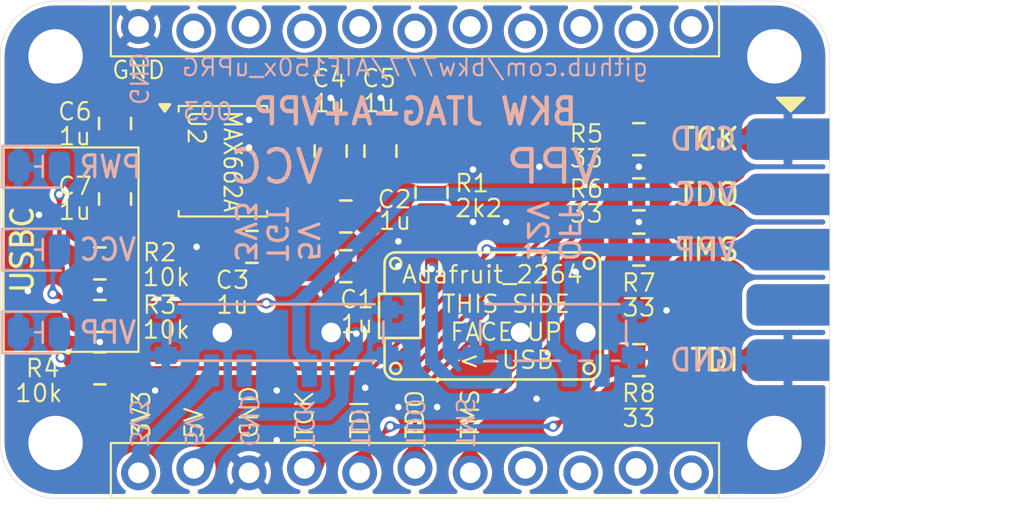
<source format=kicad_pcb>
(kicad_pcb (version 20240108) (generator "pcbnew") (generator_version "8.0")
  (title_block (title "ATF150x_uPRG") (date "2024-06-29") (rev "003") (company "Brian K. White") (comment 1 "CC-BY-SA") (comment 2 "github.com/bkw777/ATF150x_uPRG"))
  (layers (0 "F.Cu" signal) (31 "B.Cu" signal) (34 "B.Paste" user) (35 "F.Paste" user) (36 "B.SilkS" user "B.Silkscreen") (37 "F.SilkS" user "F.Silkscreen") (38 "B.Mask" user) (39 "F.Mask" user) (44 "Edge.Cuts" user))
  (net 0 "")
  (net 1 "Net-(C7-Pad1)")
  (net 2 "Net-(C7-Pad2)")
  (net 5 "+5V")
  (net 6 "GND")
  (net 18 "+12V")
  (net 20 "+3V3")
  (net 21 "Net-(U2-Vout)")
  (net 22 "Net-(LED1-A)")
  (net 23 "Net-(LED2-A)")
  (net 24 "Net-(LED3-A)")
  (net 25 "VCC")
  (net 26 "Net-(C6-Pad2)")
  (net 27 "Net-(C6-Pad1)")
  (net 28 "VPP")
  (net 33 "/TDI")
  (net 34 "/TDO")
  (net 35 "/TCK")
  (net 36 "/TMS")
  (net 37 "Net-(J2-TMS)")
  (net 38 "Net-(J2-TCK)")
  (net 39 "Net-(J2-TDO)")
  (net 40 "Net-(J2-TDI)")
  (footprint "000_LOCAL:R_0805" (layer "F.Cu") (at 131.572 95.885)
    (property "Reference" "R2" (at 1.905 -0.508 0) (layer "F.SilkS") (effects (font (size 0.8 0.8) (thickness 0.1)) (justify left)))
    (property "Value" "10k" (at 1.905 0.635 0) (layer "F.SilkS") (effects (font (size 0.8 0.8) (thickness 0.1)) (justify left)))
    (fp_line (start -0.261252 -0.735) (end 0.261252 -0.735) (stroke (width 0.12)) (layer "F.SilkS"))
    (fp_line (start -0.261252 0.735) (end 0.261252 0.735) (stroke (width 0.12)) (layer "F.SilkS"))
    (pad "1" smd roundrect (at -0.95 0) (size 0.9 1.45) (layers "F.Cu" "F.Paste" "F.Mask") (net 22 "Net-(LED1-A)"))
    (pad "2" smd roundrect (at 0.95 0) (size 0.9 1.45) (layers "F.Cu" "F.Paste" "F.Mask") (net 5 "+5V"))
  )
  (footprint "000_LOCAL:C_0805" (layer "F.Cu") (at 142.875 96.012)
    (property "Reference" "C1" (at 0.508 1.524 0) (layer "F.SilkS") (effects (font (size 0.8 0.8) (thickness 0.1))))
    (property "Value" "1u" (at 0.508 2.667 0) (layer "F.SilkS") (effects (font (size 0.8 0.8) (thickness 0.1))))
    (fp_line (start -0.261253 -0.735) (end 0.261253 -0.735) (stroke (width 0.12)) (layer "F.SilkS"))
    (fp_line (start -0.261253 0.735) (end 0.261253 0.735) (stroke (width 0.12)) (layer "F.SilkS"))
    (pad "1" smd roundrect (at -0.949999 0) (size 0.9 1.45) (layers "F.Cu" "F.Paste" "F.Mask") (net 5 "+5V"))
    (pad "2" smd roundrect (at 0.949999 0) (size 0.9 1.45) (layers "F.Cu" "F.Paste" "F.Mask") (net 6 "GND"))
  )
  (footprint "000_LOCAL:Fiducial_0.5_1.0" (layer "F.Cu") (at 160.85 84.6)
    (property "Reference" "REF**" (hide yes))
    (property "Value" "Fiducial_0.5_1.0" (hide yes))
    (pad "" smd circle (at 0 0) (size 0.5 0.5) (layers "F.Cu" "F.Mask") (clearance 0.25))
  )
  (footprint "000_LOCAL:SOIC-8" (layer "F.Cu") (at 137.225 91.186)
    (property "Reference" "U2" (at -1.208 -2.427 -90) (layer "F.SilkS") (effects (font (size 0.8 0.8) (thickness 0.1)) (justify left)))
    (property "Value" "MAX662A" (at 0.443 0 -90) (layer "F.SilkS") (effects (font (size 0.8 0.7) (thickness 0.1))))
    (fp_line (start -2.032 -2.54) (end 2.032 -2.54) (stroke (width 0.1)) (layer "F.SilkS"))
    (fp_line (start -2.032 -2.286) (end -2.032 -2.54) (stroke (width 0.1)) (layer "F.SilkS"))
    (fp_line (start -2.032 2.54) (end -2.032 2.286) (stroke (width 0.1)) (layer "F.SilkS"))
    (fp_line (start 2.032 -2.54) (end 2.032 -2.286) (stroke (width 0.1)) (layer "F.SilkS"))
    (fp_line (start 2.032 2.286) (end 2.032 2.54) (stroke (width 0.1)) (layer "F.SilkS"))
    (fp_line (start 2.032 2.54) (end -2.032 2.54) (stroke (width 0.1)) (layer "F.SilkS"))
    (fp_poly (pts (xy -2.667 -2.286) (xy -2.907 -2.616) (xy -2.427 -2.616) (xy -2.667 -2.286)) (stroke (width 0.12)) (fill solid) (layer "F.SilkS"))
    (pad "1" smd roundrect (at -2.667 -1.905) (size 1.5 0.6) (layers "F.Cu" "F.Paste" "F.Mask") (net 27 "Net-(C6-Pad1)"))
    (pad "2" smd roundrect (at -2.667 -0.635) (size 1.5 0.6) (layers "F.Cu" "F.Paste" "F.Mask") (net 26 "Net-(C6-Pad2)"))
    (pad "3" smd roundrect (at -2.667 0.635) (size 1.5 0.6) (layers "F.Cu" "F.Paste" "F.Mask") (net 1 "Net-(C7-Pad1)"))
    (pad "4" smd roundrect (at -2.667 1.905) (size 1.5 0.6) (layers "F.Cu" "F.Paste" "F.Mask") (net 2 "Net-(C7-Pad2)"))
    (pad "5" smd roundrect (at 2.667 1.905) (size 1.5 0.6) (layers "F.Cu" "F.Paste" "F.Mask") (net 5 "+5V"))
    (pad "6" smd roundrect (at 2.667 0.635) (size 1.5 0.6) (layers "F.Cu" "F.Paste" "F.Mask") (net 21 "Net-(U2-Vout)"))
    (pad "7" smd roundrect (at 2.667 -0.635) (size 1.5 0.6) (layers "F.Cu" "F.Paste" "F.Mask") (net 6 "GND"))
    (pad "8" smd roundrect (at 2.667 -1.905) (size 1.5 0.6) (layers "F.Cu" "F.Paste" "F.Mask") (net 6 "GND"))
  )
  (footprint "000_LOCAL:Fiducial_0.5_1.0" (layer "F.Cu") (at 131.25 84.6)
    (property "Reference" "REF**" (hide yes))
    (property "Value" "Fiducial_0.5_1.0" (hide yes))
    (pad "" smd circle (at 0 0) (size 0.5 0.5) (layers "F.Cu" "F.Mask") (clearance 0.25))
  )
  (footprint "000_LOCAL:C_0805" (layer "F.Cu") (at 142.177998 90.7186 90)
    (property "Reference" "C4" (at 3.3426 -0.064998 0) (layer "F.SilkS") (effects (font (size 0.8 0.8) (thickness 0.1))))
    (property "Value" "1u" (at 2.1996 -0.064998 0) (layer "F.SilkS") (effects (font (size 0.8 0.8) (thickness 0.1))))
    (fp_line (start -0.261253 -0.735) (end 0.261253 -0.735) (stroke (width 0.12)) (layer "F.SilkS"))
    (fp_line (start -0.261253 0.735) (end 0.261253 0.735) (stroke (width 0.12)) (layer "F.SilkS"))
    (pad "1" smd roundrect (at -0.949999 0 90) (size 0.9 1.45) (layers "F.Cu" "F.Paste" "F.Mask") (net 21 "Net-(U2-Vout)"))
    (pad "2" smd roundrect (at 0.949999 0 90) (size 0.9 1.45) (layers "F.Cu" "F.Paste" "F.Mask") (net 6 "GND"))
  )
  (footprint "000_LOCAL:IDC-Header_2x05_P2.54mm pcb-edge" (layer "F.Cu") (at 165.09 95.25)
    (property "Reference" "J2" (hide yes))
    (property "Value" "Altera JTAG-A+VPP")
    (fp_poly (pts (xy -1.778 -6.35) (xy -2.413 -6.985) (xy -1.143 -6.985)) (stroke (width 0.1)) (fill solid) (layer "F.SilkS"))
    (pad "1" connect roundrect (at -1.905 -5.08) (size 3.81 1.905) (layers "F.Cu" "F.Mask") (chamfer_ratio 0) (chamfer top_right bottom_right) (net 38 "Net-(J2-TCK)"))
    (pad "2" connect roundrect (at -1.905 -5.08) (size 3.81 1.905) (layers "B.Cu" "B.Mask") (chamfer_ratio 0) (chamfer top_right bottom_right) (net 6 "GND"))
    (pad "3" connect roundrect (at -1.905 -2.54) (size 3.81 1.905) (layers "F.Cu" "F.Mask") (chamfer_ratio 0) (chamfer top_right bottom_right) (net 39 "Net-(J2-TDO)"))
    (pad "4" connect roundrect (at -1.905 -2.54) (size 3.81 1.905) (layers "B.Cu" "B.Mask") (chamfer_ratio 0) (chamfer top_right bottom_right) (net 25 "VCC"))
    (pad "5" connect roundrect (at -1.905 0) (size 3.81 1.905) (layers "F.Cu" "F.Mask") (chamfer_ratio 0) (chamfer top_right bottom_right) (net 37 "Net-(J2-TMS)"))
    (pad "6" connect roundrect (at -1.905 0) (size 3.81 1.905) (layers "B.Cu" "B.Mask") (chamfer_ratio 0) (chamfer top_right bottom_right) (net 28 "VPP"))
    (pad "7" connect roundrect (at -1.905 2.54) (size 3.81 1.905) (layers "F.Cu" "F.Mask") (chamfer_ratio 0) (chamfer top_right bottom_right))
    (pad "8" connect roundrect (at -1.905 2.54) (size 3.81 1.905) (layers "B.Cu" "B.Mask") (chamfer_ratio 0) (chamfer top_right bottom_right))
    (pad "9" connect roundrect (at -1.905 5.08) (size 3.81 1.905) (layers "F.Cu" "F.Mask") (chamfer_ratio 0) (chamfer top_right bottom_right) (net 40 "Net-(J2-TDI)"))
    (pad "10" connect roundrect (at -1.905 5.08) (size 3.81 1.905) (layers "B.Cu" "B.Mask") (chamfer_ratio 0) (chamfer top_right bottom_right) (net 6 "GND"))
  )
  (footprint "000_LOCAL:R_0805" (layer "F.Cu") (at 146.812 92.618597 90)
    (property "Reference" "R1" (at 0.416597 1.016 0) (layer "F.SilkS") (effects (font (size 0.8 0.8) (thickness 0.1)) (justify left)))
    (property "Value" "2k2" (at -0.726403 1.016 0) (layer "F.SilkS") (effects (font (size 0.8 0.8) (thickness 0.1)) (justify left)))
    (fp_line (start -0.261253 -0.735) (end 0.261253 -0.735) (stroke (width 0.12)) (layer "F.SilkS"))
    (fp_line (start -0.261253 0.735) (end 0.261253 0.735) (stroke (width 0.12)) (layer "F.SilkS"))
    (pad "1" smd roundrect (at -0.949999 0 90) (size 0.9 1.45) (layers "F.Cu" "F.Paste" "F.Mask") (net 18 "+12V"))
    (pad "2" smd roundrect (at 0.949999 0 90) (size 0.9 1.45) (layers "F.Cu" "F.Paste" "F.Mask") (net 21 "Net-(U2-Vout)"))
  )
  (footprint "000_LOCAL:R_0805" (layer "F.Cu") (at 156.337 90.17 180)
    (property "Reference" "R5" (at 2.413 0.254 0) (layer "F.SilkS") (effects (font (size 0.8 0.8) (thickness 0.1))))
    (property "Value" "33" (at 2.413 -0.889 0) (layer "F.SilkS") (effects (font (size 0.8 0.8) (thickness 0.1))))
    (fp_line (start -0.261253 0.735) (end 0.261253 0.735) (stroke (width 0.12)) (layer "F.SilkS"))
    (fp_line (start -0.261253 -0.735) (end 0.261253 -0.735) (stroke (width 0.12)) (layer "F.SilkS"))
    (pad "1" smd roundrect (at -0.949999 0 180) (size 0.9 1.45) (layers "F.Cu" "F.Paste" "F.Mask") (net 38 "Net-(J2-TCK)"))
    (pad "2" smd roundrect (at 0.949999 0 180) (size 0.9 1.45) (layers "F.Cu" "F.Paste" "F.Mask") (net 35 "/TCK"))
  )
  (footprint "000_LOCAL:Adafruit_2264" (layer "F.Cu") (at 146.05 95.251)
    (property "Reference" "J1" (hide yes))
    (property "Value" "Adafruit_2264" (at 3.556 1.143 0) (layer "F.SilkS") (effects (font (size 0.8 0.8) (thickness 0.1))))
    (fp_rect (start -13.97 -11.43) (end 13.97 -8.89) (stroke (width 0.1)) (fill none) (layer "F.SilkS"))
    (fp_rect (start -13.97 8.89) (end 13.97 11.43) (stroke (width 0.1)) (fill none) (layer "F.SilkS"))
    (fp_line (start -19.05 -8.89) (end -19.05 8.89) (stroke (width 0.0254)) (layer "Edge.Cuts"))
    (fp_line (start -16.51 11.43) (end 16.51 11.43) (stroke (width 0.0254)) (layer "Edge.Cuts"))
    (fp_line (start 16.51 -11.43) (end -16.51 -11.43) (stroke (width 0.0254)) (layer "Edge.Cuts"))
    (fp_line (start 19.05 8.89) (end 19.05 -8.89) (stroke (width 0.0254)) (layer "Edge.Cuts"))
    (fp_arc (start -19.05 -8.89) (mid -18.306051 -10.686051) (end -16.51 -11.43) (stroke (width 0.0254)) (layer "Edge.Cuts"))
    (fp_arc (start -16.51 11.43) (mid -18.306051 10.686051) (end -19.05 8.89) (stroke (width 0.0254)) (layer "Edge.Cuts"))
    (fp_arc (start 16.51 -11.43) (mid 18.306051 -10.686051) (end 19.05 -8.89) (stroke (width 0.0254)) (layer "Edge.Cuts"))
    (fp_arc (start 19.05 8.89) (mid 18.306051 10.686051) (end 16.51 11.43) (stroke (width 0.0254)) (layer "Edge.Cuts"))
    (pad "1" thru_hole circle (at -12.7 10.2616) (size 1.6 1.6) (drill 0.95) (layers "*.Cu" "*.Mask") (net 20 "+3V3"))
    (pad "2" thru_hole circle (at -10.16 10.0584) (size 1.6 1.6) (drill 0.95) (layers "*.Cu" "*.Mask") (net 5 "+5V"))
    (pad "3" thru_hole circle (at -7.62 10.2616) (size 1.6 1.6) (drill 0.95) (layers "*.Cu" "*.Mask") (net 6 "GND"))
    (pad "4" thru_hole circle (at -5.08 10.0584) (size 1.6 1.6) (drill 0.95) (layers "*.Cu" "*.Mask") (net 35 "/TCK"))
    (pad "5" thru_hole circle (at -2.54 10.2616) (size 1.6 1.6) (drill 0.95) (layers "*.Cu" "*.Mask") (net 33 "/TDI"))
    (pad "6" thru_hole circle (at 0 10.0584) (size 1.6 1.6) (drill 0.95) (layers "*.Cu" "*.Mask") (net 34 "/TDO"))
    (pad "7" thru_hole circle (at 2.54 10.2616) (size 1.6 1.6) (drill 0.95) (layers "*.Cu" "*.Mask") (net 36 "/TMS"))
    (pad "8" thru_hole circle (at 5.08 10.0584) (size 1.6 1.6) (drill 0.95) (layers "*.Cu" "*.Mask"))
    (pad "9" thru_hole circle (at 7.62 10.2616) (size 1.6 1.6) (drill 0.95) (layers "*.Cu" "*.Mask"))
    (pad "10" thru_hole circle (at 10.16 10.0584) (size 1.6 1.6) (drill 0.95) (layers "*.Cu" "*.Mask"))
    (pad "11" thru_hole circle (at 12.7 10.2616) (size 1.6 1.6) (drill 0.95) (layers "*.Cu" "*.Mask"))
    (pad "12" thru_hole circle (at 12.7 -10.2616) (size 1.6 1.6) (drill 0.95) (layers "*.Cu" "*.Mask"))
    (pad "13" thru_hole circle (at 10.16 -10.0584) (size 1.6 1.6) (drill 0.95) (layers "*.Cu" "*.Mask"))
    (pad "14" thru_hole circle (at 7.62 -10.2616) (size 1.6 1.6) (drill 0.95) (layers "*.Cu" "*.Mask"))
    (pad "15" thru_hole circle (at 5.08 -10.0584) (size 1.6 1.6) (drill 0.95) (layers "*.Cu" "*.Mask"))
    (pad "16" thru_hole circle (at 2.54 -10.2616) (size 1.6 1.6) (drill 0.95) (layers "*.Cu" "*.Mask"))
    (pad "17" thru_hole circle (at 0 -10.0584) (size 1.6 1.6) (drill 0.95) (layers "*.Cu" "*.Mask"))
    (pad "18" thru_hole circle (at -2.54 -10.2616) (size 1.6 1.6) (drill 0.95) (layers "*.Cu" "*.Mask"))
    (pad "19" thru_hole circle (at -5.08 -10.0584) (size 1.6 1.6) (drill 0.95) (layers "*.Cu" "*.Mask"))
    (pad "20" thru_hole circle (at -7.62 -10.2616) (size 1.6 1.6) (drill 0.95) (layers "*.Cu" "*.Mask"))
    (pad "21" thru_hole circle (at -10.16 -10.0584) (size 1.6 1.6) (drill 0.95) (layers "*.Cu" "*.Mask"))
    (pad "22" thru_hole circle (at -12.7 -10.2616) (size 1.6 1.6) (drill 0.95) (layers "*.Cu" "*.Mask") (net 6 "GND"))
    (pad "M" thru_hole circle (at -16.51 -8.89) (size 3.2 3.2) (drill 2.5) (layers "*.Cu" "*.Mask") (net 6 "GND"))
    (pad "M" thru_hole circle (at -16.51 8.89) (size 3.2 3.2) (drill 2.5) (layers "*.Cu" "*.Mask") (net 6 "GND"))
    (pad "M" thru_hole circle (at 16.51 -8.89) (size 3.2 3.2) (drill 2.5) (layers "*.Cu" "*.Mask") (net 6 "GND"))
    (pad "M" thru_hole circle (at 16.51 8.89) (size 3.2 3.2) (drill 2.5) (layers "*.Cu" "*.Mask") (net 6 "GND"))
  )
  (footprint "000_LOCAL:R_0805" (layer "F.Cu") (at 131.572 100.711)
    (property "Reference" "R4" (at -1.778 0 0) (layer "F.SilkS") (effects (font (size 0.8 0.8) (thickness 0.1)) (justify right)))
    (property "Value" "10k" (at -1.651 1.143 0) (layer "F.SilkS") (effects (font (size 0.8 0.8) (thickness 0.1)) (justify right)))
    (fp_line (start -0.261253 -0.735) (end 0.261253 -0.735) (stroke (width 0.12)) (layer "F.SilkS"))
    (fp_line (start -0.261253 0.735) (end 0.261253 0.735) (stroke (width 0.12)) (layer "F.SilkS"))
    (pad "1" smd roundrect (at -0.949999 0) (size 0.9 1.45) (layers "F.Cu" "F.Paste" "F.Mask") (net 24 "Net-(LED3-A)"))
    (pad "2" smd roundrect (at 0.949999 0) (size 0.9 1.45) (layers "F.Cu" "F.Paste" "F.Mask") (net 28 "VPP"))
  )
  (footprint "000_LOCAL:C_0805" (layer "F.Cu") (at 132.271997 89.448602 -90)
    (property "Reference" "C6" (at -0.548602 1.842997 0) (layer "F.SilkS") (effects (font (size 0.8 0.8) (thickness 0.1))))
    (property "Value" "1u" (at 0.594398 1.842997 0) (layer "F.SilkS") (effects (font (size 0.8 0.8) (thickness 0.1))))
    (fp_line (start -0.261253 0.735) (end 0.261253 0.735) (stroke (width 0.12)) (layer "F.SilkS"))
    (fp_line (start -0.261253 -0.735) (end 0.261253 -0.735) (stroke (width 0.12)) (layer "F.SilkS"))
    (pad "1" smd roundrect (at -0.949999 0 270) (size 0.9 1.45) (layers "F.Cu" "F.Paste" "F.Mask") (net 27 "Net-(C6-Pad1)"))
    (pad "2" smd roundrect (at 0.949999 0 270) (size 0.9 1.45) (layers "F.Cu" "F.Paste" "F.Mask") (net 26 "Net-(C6-Pad2)"))
  )
  (footprint "000_LOCAL:C_0805" (layer "F.Cu") (at 132.271997 92.923401 -90)
    (property "Reference" "C7" (at -0.594401 1.842997 0) (layer "F.SilkS") (effects (font (size 0.8 0.8) (thickness 0.1))))
    (property "Value" "1u" (at 0.548599 1.842997 0) (layer "F.SilkS") (effects (font (size 0.8 0.8) (thickness 0.1))))
    (fp_line (start -0.261253 0.735) (end 0.261253 0.735) (stroke (width 0.12)) (layer "F.SilkS"))
    (fp_line (start -0.261253 -0.735) (end 0.261253 -0.735) (stroke (width 0.12)) (layer "F.SilkS"))
    (pad "1" smd roundrect (at -0.949999 0 270) (size 0.9 1.45) (layers "F.Cu" "F.Paste" "F.Mask") (net 1 "Net-(C7-Pad1)"))
    (pad "2" smd roundrect (at 0.949999 0 270) (size 0.9 1.45) (layers "F.Cu" "F.Paste" "F.Mask") (net 2 "Net-(C7-Pad2)"))
  )
  (footprint "000_LOCAL:R_0805" (layer "F.Cu") (at 156.337 92.71 180)
    (property "Reference" "R6" (at 2.413 0.254 0) (layer "F.SilkS") (effects (font (size 0.8 0.8) (thickness 0.1))))
    (property "Value" "33" (at 2.413 -0.889 0) (layer "F.SilkS") (effects (font (size 0.8 0.8) (thickness 0.1))))
    (fp_line (start -0.261253 0.735) (end 0.261253 0.735) (stroke (width 0.12)) (layer "F.SilkS"))
    (fp_line (start -0.261253 -0.735) (end 0.261253 -0.735) (stroke (width 0.12)) (layer "F.SilkS"))
    (pad "1" smd roundrect (at -0.949999 0 180) (size 0.9 1.45) (layers "F.Cu" "F.Paste" "F.Mask") (net 39 "Net-(J2-TDO)"))
    (pad "2" smd roundrect (at 0.949999 0 180) (size 0.9 1.45) (layers "F.Cu" "F.Paste" "F.Mask") (net 34 "/TDO"))
  )
  (footprint "000_LOCAL:Fiducial_0.5_1.0" (layer "F.Cu") (at 160.85 105.9)
    (property "Reference" "REF**" (hide yes))
    (property "Value" "Fiducial_0.5_1.0" (hide yes))
    (pad "" smd circle (at 0 0) (size 0.5 0.5) (layers "F.Cu" "F.Mask") (clearance 0.25))
  )
  (footprint "000_LOCAL:R_0805" (layer "F.Cu") (at 156.337 95.25 180)
    (property "Reference" "R7" (at 0 -1.524 0) (layer "F.SilkS") (effects (font (size 0.8 0.8) (thickness 0.1))))
    (property "Value" "33" (at 0 -2.667 0) (layer "F.SilkS") (effects (font (size 0.8 0.8) (thickness 0.1))))
    (fp_line (start -0.261253 0.735) (end 0.261253 0.735) (stroke (width 0.12)) (layer "F.SilkS"))
    (fp_line (start -0.261253 -0.735) (end 0.261253 -0.735) (stroke (width 0.12)) (layer "F.SilkS"))
    (pad "1" smd roundrect (at -0.949999 0 180) (size 0.9 1.45) (layers "F.Cu" "F.Paste" "F.Mask") (net 37 "Net-(J2-TMS)"))
    (pad "2" smd roundrect (at 0.949999 0 180) (size 0.9 1.45) (layers "F.Cu" "F.Paste" "F.Mask") (net 36 "/TMS"))
  )
  (footprint "000_LOCAL:C_0805" (layer "F.Cu") (at 144.464998 90.718599 90)
    (property "Reference" "C5" (at 3.342599 -0.064998 0) (layer "F.SilkS") (effects (font (size 0.8 0.8) (thickness 0.1))))
    (property "Value" "1u" (at 2.199599 -0.064998 0) (layer "F.SilkS") (effects (font (size 0.8 0.8) (thickness 0.1))))
    (fp_line (start -0.261253 -0.735) (end 0.261253 -0.735) (stroke (width 0.12)) (layer "F.SilkS"))
    (fp_line (start -0.261253 0.735) (end 0.261253 0.735) (stroke (width 0.12)) (layer "F.SilkS"))
    (pad "1" smd roundrect (at -0.949999 0 90) (size 0.9 1.45) (layers "F.Cu" "F.Paste" "F.Mask") (net 21 "Net-(U2-Vout)"))
    (pad "2" smd roundrect (at 0.949999 0 90) (size 0.9 1.45) (layers "F.Cu" "F.Paste" "F.Mask") (net 6 "GND"))
  )
  (footprint "000_LOCAL:C_0805" (layer "F.Cu") (at 142.875 93.726)
    (property "Reference" "C2" (at 2.2352 -0.7874 0) (layer "F.SilkS") (effects (font (size 0.8 0.8) (thickness 0.1))))
    (property "Value" "1u" (at 2.2606 0.2032 0) (layer "F.SilkS") (effects (font (size 0.8 0.8) (thickness 0.1))))
    (fp_line (start -0.261253 -0.735) (end 0.261253 -0.735) (stroke (width 0.12)) (layer "F.SilkS"))
    (fp_line (start -0.261253 0.735) (end 0.261253 0.735) (stroke (width 0.12)) (layer "F.SilkS"))
    (pad "1" smd roundrect (at -0.949999 0) (size 0.9 1.45) (layers "F.Cu" "F.Paste" "F.Mask") (net 5 "+5V"))
    (pad "2" smd roundrect (at 0.949999 0) (size 0.9 1.45) (layers "F.Cu" "F.Paste" "F.Mask") (net 6 "GND"))
  )
  (footprint "000_LOCAL:R_0805" (layer "F.Cu") (at 156.337 100.33 180)
    (property "Reference" "R8" (at 0 -1.524 0) (layer "F.SilkS") (effects (font (size 0.8 0.8) (thickness 0.1))))
    (property "Value" "33" (at 0 -2.667 0) (layer "F.SilkS") (effects (font (size 0.8 0.8) (thickness 0.1))))
    (fp_line (start -0.261253 0.735) (end 0.261253 0.735) (stroke (width 0.12)) (layer "F.SilkS"))
    (fp_line (start -0.261253 -0.735) (end 0.261253 -0.735) (stroke (width 0.12)) (layer "F.SilkS"))
    (pad "1" smd roundrect (at -0.949999 0 180) (size 0.9 1.45) (layers "F.Cu" "F.Paste" "F.Mask") (net 40 "Net-(J2-TDI)"))
    (pad "2" smd roundrect (at 0.949999 0 180) (size 0.9 1.45) (layers "F.Cu" "F.Paste" "F.Mask") (net 33 "/TDI"))
  )
  (footprint "000_LOCAL:C_0805" (layer "F.Cu") (at 138.557 95.123 180)
    (property "Reference" "C3" (at 0.889 -1.524 0) (layer "F.SilkS") (effects (font (size 0.8 0.8) (thickness 0.1))))
    (property "Value" "1u" (at 0.889 -2.667 0) (layer "F.SilkS") (effects (font (size 0.8 0.8) (thickness 0.1))))
    (fp_line (start -0.261253 0.735) (end 0.261253 0.735) (stroke (width 0.12)) (layer "F.SilkS"))
    (fp_line (start -0.261253 -0.735) (end 0.261253 -0.735) (stroke (width 0.12)) (layer "F.SilkS"))
    (pad "1" smd roundrect (at -0.949999 0 180) (size 0.9 1.45) (layers "F.Cu" "F.Paste" "F.Mask") (net 5 "+5V"))
    (pad "2" smd roundrect (at 0.949999 0 180) (size 0.9 1.45) (layers "F.Cu" "F.Paste" "F.Mask") (net 6 "GND"))
  )
  (footprint "000_LOCAL:R_0805" (layer "F.Cu") (at 131.572 98.298)
    (property "Reference" "R3" (at 1.905 -0.508 0) (layer "F.SilkS") (effects (font (size 0.8 0.8) (thickness 0.1)) (justify left)))
    (property "Value" "10k" (at 1.905 0.635 0) (layer "F.SilkS") (effects (font (size 0.8 0.8) (thickness 0.1)) (justify left)))
    (fp_line (start -0.261252 -0.735) (end 0.261252 -0.735) (stroke (width 0.12)) (layer "F.SilkS"))
    (fp_line (start -0.261252 0.735) (end 0.261252 0.735) (stroke (width 0.12)) (layer "F.SilkS"))
    (pad "1" smd roundrect (at -0.95 0) (size 0.9 1.45) (layers "F.Cu" "F.Paste" "F.Mask") (net 23 "Net-(LED2-A)"))
    (pad "2" smd roundrect (at 0.95 0) (size 0.9 1.45) (layers "F.Cu" "F.Paste" "F.Mask") (net 25 "VCC"))
  )
  (footprint "000_LOCAL:CUS-13B pth" (layer "B.Cu") (at 139.7 99.06)
    (property "Reference" "SW1" (hide yes))
    (property "Value" "VCC" (at 0 -7.62 0) (layer "B.SilkS") (effects (font (size 1.5 1.5) (thickness 0.2)) (justify mirror)))
    (fp_line (start -4.9 -0.5) (end -4.9 0.5) (stroke (width 0.12)) (layer "B.SilkS"))
    (fp_line (start -4.5 1.3) (end 4.5 1.3) (stroke (width 0.12)) (layer "B.SilkS"))
    (fp_line (start 4.5 -1.3) (end -4.5 -1.3) (stroke (width 0.12)) (layer "B.SilkS"))
    (fp_line (start 4.9 0.5) (end 4.9 -0.5) (stroke (width 0.12)) (layer "B.SilkS"))
    (pad "1" smd roundrect (at -2.999999 1.75006) (size 0.7 1.5) (layers "B.Cu" "B.Paste" "B.Mask") (roundrect_rratio 0.1) (net 20 "+3V3"))
    (pad "2" smd roundrect (at -1.5 1.75006) (size 0.7 1.5) (layers "B.Cu" "B.Paste" "B.Mask") (roundrect_rratio 0.1))
    (pad "3" smd roundrect (at 1.5 1.75006) (size 0.7 1.5) (layers "B.Cu" "B.Paste" "B.Mask") (roundrect_rratio 0.1) (net 25 "VCC"))
    (pad "4" smd roundrect (at 2.999999 1.75006) (size 0.7 1.5) (layers "B.Cu" "B.Paste" "B.Mask") (roundrect_rratio 0.1) (net 5 "+5V"))
    (pad "M" thru_hole circle (at -2.5 0) (size 0.9 0.9) (drill 0.9) (layers "*.Cu" "*.Mask") (net 6 "GND"))
    (pad "M" thru_hole circle (at 2.5 0) (size 0.9 0.9) (drill 0.9) (layers "*.Cu" "*.Mask") (net 6 "GND"))
    (pad "S" smd roundrect (at -5.1 -1.04994) (size 1 0.8) (layers "B.Cu" "B.Paste" "B.Mask") (roundrect_rratio 0.1) (net 6 "GND"))
    (pad "S" smd roundrect (at -5.1 1.050059) (size 1 0.8) (layers "B.Cu" "B.Paste" "B.Mask") (roundrect_rratio 0.1) (net 6 "GND"))
    (pad "S" smd roundrect (at 5.1 -1.04994) (size 1 0.8) (layers "B.Cu" "B.Paste" "B.Mask") (roundrect_rratio 0.1) (net 6 "GND"))
    (pad "S" smd roundrect (at 5.1 1.050059) (size 1 0.8) (layers "B.Cu" "B.Paste" "B.Mask") (roundrect_rratio 0.1) (net 6 "GND"))
  )
  (footprint "000_LOCAL:LED_0805" (layer "B.Cu") (at 128.778 99.06)
    (property "Reference" "LED3" (hide yes))
    (property "Value" "VPP" (at 1.778 0 0) (layer "B.SilkS") (effects (font (size 1 0.9)) (justify right mirror)))
    (fp_line (start -1.685 -0.96) (end -1.685 0.96) (stroke (width 0.12)) (layer "B.SilkS"))
    (fp_line (start -1.685 0.96) (end 1 0.96) (stroke (width 0.12)) (layer "B.SilkS"))
    (fp_line (start 1 -0.96) (end -1.685 -0.96) (stroke (width 0.12)) (layer "B.SilkS"))
    (pad "1" smd roundrect (at -0.9375 0) (size 0.975 1.4) (layers "B.Cu" "B.Paste" "B.Mask") (net 6 "GND"))
    (pad "2" smd roundrect (at 0.9375 0) (size 0.975 1.4) (layers "B.Cu" "B.Paste" "B.Mask") (net 24 "Net-(LED3-A)"))
  )
  (footprint "000_LOCAL:LED_0805" (layer "B.Cu") (at 128.778 95.25)
    (property "Reference" "LED2" (hide yes))
    (property "Value" "VCC" (at 1.778 0 0) (layer "B.SilkS") (effects (font (size 1 0.9)) (justify right mirror)))
    (fp_line (start -1.685 -0.96) (end -1.685 0.96) (stroke (width 0.12)) (layer "B.SilkS"))
    (fp_line (start -1.685 0.96) (end 1 0.96) (stroke (width 0.12)) (layer "B.SilkS"))
    (fp_line (start 1 -0.96) (end -1.685 -0.96) (stroke (width 0.12)) (layer "B.SilkS"))
    (pad "1" smd roundrect (at -0.9375 0) (size 0.975 1.4) (layers "B.Cu" "B.Paste" "B.Mask") (net 6 "GND"))
    (pad "2" smd roundrect (at 0.9375 0) (size 0.975 1.4) (layers "B.Cu" "B.Paste" "B.Mask") (net 23 "Net-(LED2-A)"))
  )
  (footprint "000_LOCAL:LED_0805" (layer "B.Cu") (at 128.778 91.44)
    (property "Reference" "LED1" (hide yes))
    (property "Value" "PWR" (at 1.778 0 0) (layer "B.SilkS") (effects (font (size 1 0.9)) (justify right mirror)))
    (fp_line (start -1.685 -0.96) (end -1.685 0.96) (stroke (width 0.12)) (layer "B.SilkS"))
    (fp_line (start -1.685 0.96) (end 1 0.96) (stroke (width 0.12)) (layer "B.SilkS"))
    (fp_line (start 1 -0.96) (end -1.685 -0.96) (stroke (width 0.12)) (layer "B.SilkS"))
    (pad "1" smd roundrect (at -0.9375 0) (size 0.975 1.4) (layers "B.Cu" "B.Paste" "B.Mask") (net 6 "GND"))
    (pad "2" smd roundrect (at 0.9375 0) (size 0.975 1.4) (layers "B.Cu" "B.Paste" "B.Mask") (net 22 "Net-(LED1-A)"))
  )
  (footprint "000_LOCAL:CUS-12B pth" (layer "B.Cu") (at 152.4 99.06)
    (property "Reference" "SW2" (hide yes))
    (property "Value" "VPP" (at 0 -7.62 0) (layer "B.SilkS") (effects (font (size 1.5 1.5) (thickness 0.2)) (justify mirror)))
    (fp_line (start -3.35 -0.55) (end -3.35 0.55) (stroke (width 0.12)) (layer "B.SilkS"))
    (fp_line (start -3.05 1.3) (end -2.7 1.3) (stroke (width 0.12)) (layer "B.SilkS"))
    (fp_line (start -1.8 1.3) (end 0.3 1.3) (stroke (width 0.12)) (layer "B.SilkS"))
    (fp_line (start 1.2 1.3) (end 1.8 1.3) (stroke (width 0.12)) (layer "B.SilkS"))
    (fp_line (start 2.7 1.3) (end 3.05 1.3) (stroke (width 0.12)) (layer "B.SilkS"))
    (fp_line (start 3.05 -1.3) (end -3.05 -1.3) (stroke (width 0.12)) (layer "B.SilkS"))
    (fp_line (start 3.35 0.55) (end 3.35 -0.55) (stroke (width 0.12)) (layer "B.SilkS"))
    (pad "1" smd roundrect (at -2.25 1.75) (size 0.7 1.5) (layers "B.Cu" "B.Paste" "B.Mask") (roundrect_rratio 0.1) (net 18 "+12V"))
    (pad "2" smd roundrect (at 0.75 1.75) (size 0.7 1.5) (layers "B.Cu" "B.Paste" "B.Mask") (roundrect_rratio 0.1) (net 28 "VPP"))
    (pad "3" smd roundrect (at 2.25 1.75) (size 0.7 1.5) (layers "B.Cu" "B.Paste" "B.Mask") (roundrect_rratio 0.1))
    (pad "M" thru_hole circle (at -1.5 0) (size 0.9 0.9) (drill 0.9) (layers "*.Cu" "*.Mask") (net 6 "GND"))
    (pad "M" thru_hole circle (at 1.5 0) (size 0.9 0.9) (drill 0.9) (layers "*.Cu" "*.Mask") (net 6 "GND"))
    (pad "S" smd roundrect (at -3.65 -1.05) (size 1 0.8) (layers "B.Cu" "B.Paste" "B.Mask") (roundrect_rratio 0.1) (net 6 "GND"))
    (pad "S" smd roundrect (at -3.65 1.05) (size 1 0.8) (layers "B.Cu" "B.Paste" "B.Mask") (roundrect_rratio 0.1) (net 6 "GND"))
    (pad "S" smd roundrect (at 3.65 -1.05) (size 1 0.8) (layers "B.Cu" "B.Paste" "B.Mask") (roundrect_rratio 0.1) (net 6 "GND"))
    (pad "S" smd roundrect (at 3.65 1.05) (size 1 0.8) (layers "B.Cu" "B.Paste" "B.Mask") (roundrect_rratio 0.1) (net 6 "GND"))
  )
  (gr_rect (start 139.523 93.299) (end 141.986 96.397) (stroke (width 0.6)) (fill solid) (layer "F.Cu") (net 5))
  (gr_line (start 128.95 94.775) (end 128.95 95.725) (stroke (width 0.12)) (layer "B.SilkS"))
  (gr_line (start 128.95 98.575) (end 128.95 99.525) (stroke (width 0.12)) (layer "B.SilkS"))
  (gr_line (start 128.95 99.05) (end 128.6 99.05) (stroke (width 0.12)) (layer "B.SilkS"))
  (gr_line (start 128.95 91.425) (end 128.6 91.425) (stroke (width 0.12)) (layer "B.SilkS"))
  (gr_line (start 128.95 90.95) (end 128.95 91.9) (stroke (width 0.12)) (layer "B.SilkS"))
  (gr_line (start 128.95 95.25) (end 128.6 95.25) (stroke (width 0.12)) (layer "B.SilkS"))
  (gr_circle (center 154.051 95.885) (end 154.051 95.631) (stroke (width 0.12)) (fill none) (layer "F.SilkS"))
  (gr_arc (start 145.161 101.219) (mid 144.80179 101.07021) (end 144.653 100.711) (stroke (width 0.12)) (layer "F.SilkS"))
  (gr_rect (start 144.399 97.282) (end 146.304 99.314) (stroke (width 0.12)) (fill none) (layer "F.SilkS"))
  (gr_rect (start 127.127 90.551) (end 133.35 99.949) (stroke (width 0.1)) (fill none) (layer "F.SilkS"))
  (gr_arc (start 154.051 95.377) (mid 154.41021 95.52579) (end 154.559 95.885) (stroke (width 0.12)) (layer "F.SilkS"))
  (gr_circle (center 154.051 100.711) (end 154.051 100.457) (stroke (width 0.12)) (fill none) (layer "F.SilkS"))
  (gr_line (start 144.653 99.314) (end 144.653 100.711) (stroke (width 0.12)) (layer "F.SilkS"))
  (gr_arc (start 154.559 100.711) (mid 154.41021 101.07021) (end 154.051 101.219) (stroke (width 0.12)) (layer "F.SilkS"))
  (gr_line (start 154.051 95.377) (end 145.161 95.377) (stroke (width 0.12)) (layer "F.SilkS"))
  (gr_arc (start 144.653 95.885) (mid 144.80179 95.52579) (end 145.161 95.377) (stroke (width 0.12)) (layer "F.SilkS"))
  (gr_line (start 154.559 100.711) (end 154.559 95.885) (stroke (width 0.12)) (layer "F.SilkS"))
  (gr_line (start 145.161 101.219) (end 154.051 101.219) (stroke (width 0.12)) (layer "F.SilkS"))
  (gr_circle (center 145.161 95.885) (end 145.161 95.631) (stroke (width 0.12)) (fill none) (layer "F.SilkS"))
  (gr_line (start 144.653 95.885) (end 144.653 97.282) (stroke (width 0.12)) (layer "F.SilkS"))
  (gr_circle (center 145.161 100.711) (end 145.161 100.457) (stroke (width 0.12)) (fill none) (layer "F.SilkS"))
  (gr_text "GND" (at 133.35 86.106 270) (layer "B.SilkS") (effects (font (size 0.8 0.8) (thickness 0.1)) (justify right mirror)))
  (gr_text "3V3" (at 133.35 104.394 270) (layer "B.SilkS") (effects (font (size 0.8 0.8) (thickness 0.1)) (justify left mirror)))
  (gr_text "GND" (at 160.909 100.33 0) (layer "B.SilkS") (effects (font (size 1 1)) (justify left mirror)))
  (gr_text "5V" (at 135.89 104.394 270) (layer "B.SilkS") (effects (font (size 0.8 0.8) (thickness 0.1)) (justify left mirror)))
  (gr_text "TMS" (at 148.336 104.394 270) (layer "B.SilkS") (effects (font (size 0.8 0.8) (thickness 0.1)) (justify left mirror)))
  (gr_text "TDI" (at 143.51 104.394 270) (layer "B.SilkS") (effects (font (size 0.8 0.8) (thickness 0.1)) (justify left mirror)))
  (gr_text "TDO" (at 146.05 104.394 270) (layer "B.SilkS") (effects (font (size 0.8 0.8) (thickness 0.1)) (justify left mirror)))
  (gr_text "5V\nTGT\n3V3" (at 139.7 95.885 270) (layer "B.SilkS") (effects (font (size 0.9 1)) (justify left mirror)))
  (gr_text "GND" (at 160.909 90.17 0) (layer "B.SilkS") (effects (font (size 1 1)) (justify left mirror)))
  (gr_text "${COMMENT2}" (at 146.05 86.868 0) (layer "B.SilkS") (effects (font (size 0.8 0.8) (thickness 0.1)) (justify mirror)))
  (gr_text "VPP" (at 160.909 95.25 0) (layer "B.SilkS") (effects (font (size 1 1)) (justify left mirror)))
  (gr_text "GND" (at 138.43 104.394 270) (layer "B.SilkS") (effects (font (size 0.8 0.8) (thickness 0.1)) (justify left mirror)))
  (gr_text "VCC" (at 160.909 92.71 0) (layer "B.SilkS") (effects (font (size 1 1)) (justify left mirror)))
  (gr_text "TCK" (at 140.97 104.394 270) (layer "B.SilkS") (effects (font (size 0.8 0.8) (thickness 0.1)) (justify left mirror)))
  (gr_text "${REVISION}" (at 136.525 88.9 0) (layer "B.SilkS") (effects (font (size 0.8 0.8) (thickness 0.1)) (justify mirror)))
  (gr_text "OFF\n12V" (at 152.4 95.885 270) (layer "B.SilkS") (effects (font (size 0.9 1)) (justify left mirror)))
  (gr_text "BKW JTAG-A+VPP" (at 146.05 88.9 0) (layer "B.SilkS") (effects (font (size 1.2 1.1) (thickness 0.2) (bold yes)) (justify mirror)))
  (gr_text "THIS SIDE\nFACE UP\n<-USB" (at 150.241 97.282 0) (layer "F.SilkS") (effects (font (size 0.8 0.8) (thickness 0.1)) (justify top)))
  (gr_text "5V" (at 135.89 104.013 90) (layer "F.SilkS") (effects (font (size 0.8 0.8) (thickness 0.1)) (justify left)))
  (gr_text "TDO" (at 146.05 104.013 90) (layer "F.SilkS") (effects (font (size 0.8 0.8) (thickness 0.1)) (justify left)))
  (gr_text "GND" (at 133.35 86.995 0) (layer "F.SilkS") (effects (font (size 0.8 0.8) (thickness 0.1))))
  (gr_text "TCK" (at 140.97 104.013 90) (layer "F.SilkS") (effects (font (size 0.8 0.8) (thickness 0.1)) (justify left)))
  (gr_text "USBC" (at 128.016 95.25 90) (layer "F.SilkS") (effects (font (size 1 1))))
  (gr_text "TDO" (at 161.036 92.71 0) (layer "F.SilkS") (effects (font (size 1 1)) (justify right)))
  (gr_text "TMS" (at 161.036 95.25 0) (layer "F.SilkS") (effects (font (size 1 1)) (justify right)))
  (gr_text "3V3" (at 133.477 104.013 90) (layer "F.SilkS") (effects (font (size 0.8 0.8) (thickness 0.1)) (justify left)))
  (gr_text "TCK" (at 161.036 90.17 0) (layer "F.SilkS") (effects (font (size 1 1)) (justify right)))
  (gr_text "GND" (at 138.43 104.013 90) (layer "F.SilkS") (effects (font (size 0.8 0.8) (thickness 0.1)) (justify left)))
  (gr_text "TDI" (at 143.51 104.013 90) (layer "F.SilkS") (effects (font (size 0.8 0.8) (thickness 0.1)) (justify left)))
  (gr_text "TDI" (at 161.036 100.33 0) (layer "F.SilkS") (effects (font (size 1 1)) (justify right)))
  (gr_text "TMS" (at 148.59 104.013 90) (layer "F.SilkS") (effects (font (size 0.8 0.8) (thickness 0.1)) (justify left)))
  (segment (start 134.749999 91.821) (end 132.424397 91.820999) (width 0.6) (layer "F.Cu") (net 1))
  (segment (start 132.424397 91.820999) (end 132.271997 91.973399) (width 0.6) (layer "F.Cu") (net 1))
  (segment (start 132.419397 93.726002) (end 132.271997 93.873399) (width 0.6) (layer "F.Cu") (net 2))
  (segment (start 134.749998 93.091) (end 133.922998 93.091001) (width 0.6) (layer "F.Cu") (net 2))
  (segment (start 133.922998 93.091001) (end 133.287997 93.726002) (width 0.6) (layer "F.Cu") (net 2))
  (segment (start 133.287997 93.726002) (end 132.419397 93.726002) (width 0.6) (layer "F.Cu") (net 2))
  (segment (start 138.7094 96.5708) (end 138.5062 96.774) (width 0.2) (layer "F.Cu") (net 5))
  (segment (start 135.89 96.774) (end 135.6106 96.4946) (width 0.2) (layer "F.Cu") (net 5))
  (segment (start 135.6106 96.4946) (end 132.522 96.4946) (width 0.2) (layer "F.Cu") (net 5))
  (segment (start 143.3576 99.1108) (end 143.3576 98.3996) (width 0.6) (layer "F.Cu") (net 5))
  (segment (start 140.7545 96.5708) (end 138.7094 96.5708) (width 0.2) (layer "F.Cu") (net 5))
  (segment (start 140.7545 94.848) (end 140.7545 96.5708) (width 0.2) (layer "F.Cu") (net 5))
  (segment (start 138.5062 96.774) (end 135.89 96.774) (width 0.2) (layer "F.Cu") (net 5))
  (segment (start 132.522 96.4946) (end 132.522 95.885) (width 0.2) (layer "F.Cu") (net 5))
  (segment (start 143.3576 98.3996) (end 142.0622 97.1042) (width 0.6) (layer "F.Cu") (net 5))
  (segment (start 142.0622 97.1042) (end 142.0622 96.1557) (width 0.6) (layer "F.Cu") (net 5))
  (segment (start 142.0622 96.1557) (end 140.7545 94.848) (width 0.6) (layer "F.Cu") (net 5))
  (via (at 143.3576 99.1108) (size 0.5) (drill 0.3) (layers "F.Cu" "B.Cu") (net 5))
  (segment (start 138.390399 102.809001) (end 142.046999 102.809001) (width 0.6) (layer "B.Cu") (net 5))
  (segment (start 135.89 105.3084) (end 135.891 105.3084) (width 0.6) (layer "B.Cu") (net 5))
  (segment (start 143.3576 99.1108) (end 143.3576 99.7458) (width 0.6) (layer "B.Cu") (net 5))
  (segment (start 143.3576 99.7458) (end 142.699999 100.403401) (width 0.6) (layer "B.Cu") (net 5))
  (segment (start 142.699999 100.403401) (end 142.699999 100.81006) (width 0.6) (layer "B.Cu") (net 5))
  (segment (start 138.390399 102.809001) (end 135.89 105.3094) (width 0.6) (layer "B.Cu") (net 5))
  (segment (start 142.699999 102.156001) (end 142.699999 100.81006) (width 0.6) (layer "B.Cu") (net 5))
  (segment (start 142.046999 102.809001) (end 142.699999 102.156001) (width 0.6) (layer "B.Cu") (net 5))
  (via (at 148.717 91.567) (size 0.5) (drill 0.3) (layers "F.Cu" "B.Cu") (net 6))
  (via (at 145.288 94.869) (size 0.5) (drill 0.3) (layers "F.Cu" "B.Cu") (net 6))
  (via (at 145.288 102.489) (size 0.5) (drill 0.3) (layers "F.Cu" "B.Cu") (net 6))
  (via (at 151.638 102.108) (size 0.5) (drill 0.3) (layers "F.Cu" "B.Cu") (net 6))
  (via (at 139.7 101.727) (size 0.5) (drill 0.3) (layers "F.Cu" "B.Cu") (net 6))
  (via (at 148.717 93.98) (size 0.5) (drill 0.3) (layers "F.Cu" "B.Cu") (net 6))
  (via (at 144.475 88.275) (size 0.5) (drill 0.3) (layers "F.Cu" "B.Cu") (net 6))
  (via (at 147.066 102.489) (size 0.5) (drill 0.3) (layers "F.Cu" "B.Cu") (net 6))
  (via (at 131.572 99.5) (size 0.5) (drill 0.3) (layers "F.Cu" "B.Cu") (net 6))
  (via (at 128.778 93.65) (size 0.5) (drill 0.3) (layers "F.Cu" "B.Cu") (net 6))
  (via (at 156.337 93.98) (size 0.5) (drill 0.3) (layers "F.Cu" "B.Cu") (net 6))
  (via (at 153.416 96.266) (size 0.5) (drill 0.3) (layers "F.Cu" "B.Cu") (net 6))
  (via (at 150.241 93.98) (size 0.5) (drill 0.3) (layers "F.Cu" "B.Cu") (net 6))
  (via (at 131.572 97.1) (size 0.5) (drill 0.3) (layers "F.Cu" "B.Cu") (net 6))
  (via (at 145.288 96.012) (size 0.5) (drill 0.3) (layers "F.Cu" "B.Cu") (net 6))
  (via (at 134.112 101.727) (size 0.5) (drill 0.3) (layers "F.Cu" "B.Cu") (net 6))
  (via (at 157.607 98.044) (size 0.5) (drill 0.3) (layers "F.Cu" "B.Cu") (net 6))
  (via (at 136.017 95.123) (size 0.5) (drill 0.3) (layers "F.Cu" "B.Cu") (net 6))
  (via (at 138.43 90.551) (size 0.5) (drill 0.3) (layers "F.Cu" "B.Cu") (net 6))
  (via (at 139.7 104.013) (size 0.5) (drill 0.3) (layers "F.Cu" "B.Cu") (net 6))
  (via (at 151.765 91.44) (size 0.5) (drill 0.3) (layers "F.Cu" "B.Cu") (net 6))
  (via (at 156.337 91.44) (size 0.5) (drill 0.3) (layers "F.Cu" "B.Cu") (net 6))
  (via (at 138.43 89.281) (size 0.5) (drill 0.3) (layers "F.Cu" "B.Cu") (net 6))
  (via (at 128.27 97.155) (size 0.5) (drill 0.3) (layers "F.Cu" "B.Cu") (net 6))
  (via (at 143.764 101.6) (size 0.5) (drill 0.3) (layers "F.Cu" "B.Cu") (net 6))
  (via (at 142.175 88.275) (size 0.5) (drill 0.3) (layers "F.Cu" "B.Cu") (net 6))
  (segment (start 146.812 96.139) (end 146.812 93.568596) (width 0.6) (layer "F.Cu") (net 18))
  (via (at 146.812 96.139) (size 0.5) (drill 0.3) (layers "F.Cu" "B.Cu") (net 18))
  (segment (start 147.7645 101.346) (end 146.812 100.3935) (width 0.6) (layer "B.Cu") (net 18))
  (segment (start 150.15 101.346) (end 147.7645 101.346) (width 0.6) (layer "B.Cu") (net 18))
  (segment (start 146.812 100.3935) (end 146.812 96.139) (width 0.6) (layer "B.Cu") (net 18))
  (segment (start 150.15 100.81) (end 150.15 101.346) (width 0.6) (layer "B.Cu") (net 18))
  (segment (start 136.700001 101.170999) (end 136.700001 100.81006) (width 0.6) (layer "B.Cu") (net 20))
  (segment (start 133.35 105.5126) (end 133.35 104.521) (width 0.6) (layer "B.Cu") (net 20))
  (segment (start 133.35 104.521) (end 136.700001 101.170999) (width 0.6) (layer "B.Cu") (net 20))
  (segment (start 144.464998 91.668598) (end 146.812 91.668598) (width 0.6) (layer "F.Cu") (net 21))
  (segment (start 139.699998 91.821) (end 142.0256 91.821) (width 0.6) (layer "F.Cu") (net 21))
  (segment (start 142.177998 91.668599) (end 144.463997 91.668599) (width 0.6) (layer "F.Cu") (net 21))
  (segment (start 142.0256 91.821) (end 142.177998 91.668601) (width 0.6) (layer "F.Cu") (net 21))
  (segment (start 130.622 95.622) (end 129.7155 94.7155) (width 0.2) (layer "F.Cu") (net 22))
  (segment (start 129.7155 94.7155) (end 129.7155 92.71) (width 0.2) (layer "F.Cu") (net 22))
  (segment (start 130.622 95.885) (end 130.622 95.622) (width 0.2) (layer "F.Cu") (net 22))
  (via (at 129.7155 92.71) (size 0.5) (drill 0.3) (layers "F.Cu" "B.Cu") (net 22))
  (segment (start 129.7155 92.71) (end 129.7155 91.44) (width 0.2) (layer "B.Cu") (net 22))
  (segment (start 129.9972 97.663) (end 130.2715 97.663) (width 0.2) (layer "F.Cu") (net 23))
  (segment (start 130.2715 97.663) (end 130.622 98.0135) (width 0.2) (layer "F.Cu") (net 23))
  (segment (start 130.622 98.0135) (end 130.622 98.298) (width 0.2) (layer "F.Cu") (net 23))
  (segment (start 129.413 97.282) (end 129.6162 97.282) (width 0.2) (layer "F.Cu") (net 23))
  (segment (start 129.6162 97.282) (end 129.9972 97.663) (width 0.2) (layer "F.Cu") (net 23))
  (via (at 129.413 97.282) (size 0.5) (drill 0.3) (layers "F.Cu" "B.Cu") (net 23))
  (segment (start 129.413 97.282) (end 129.413 95.5525) (width 0.2) (layer "B.Cu") (net 23))
  (segment (start 129.413 95.5525) (end 129.7155 95.25) (width 0.2) (layer "B.Cu") (net 23))
  (segment (start 129.794 100.203) (end 130.622001 100.203) (width 0.2) (layer "F.Cu") (net 24))
  (segment (start 130.622001 100.203) (end 130.622001 100.711) (width 0.2) (layer "F.Cu") (net 24))
  (via (at 129.794 100.203) (size 0.5) (drill 0.3) (layers "F.Cu" "B.Cu") (net 24))
  (segment (start 129.794 100.203) (end 129.794 99.1385) (width 0.2) (layer "B.Cu") (net 24))
  (segment (start 129.794 99.1385) (end 129.7155 99.06) (width 0.2) (layer "B.Cu") (net 24))
  (segment (start 139.2174 97.7138) (end 133.1062 97.7138) (width 0.2) (layer "F.Cu") (net 25))
  (segment (start 133.1062 97.7138) (end 132.522 98.298) (width 0.2) (layer "F.Cu") (net 25))
  (via (at 139.2174 97.7138) (size 0.5) (drill 0.3) (layers "F.Cu" "B.Cu") (net 25))
  (segment (start 140.716 97.7138) (end 145.7198 92.71) (width 0.6) (layer "B.Cu") (net 25))
  (segment (start 139.2174 97.7138) (end 140.716 97.7138) (width 0.2) (layer "B.Cu") (net 25))
  (segment (start 141.2 100.81006) (end 141.2 100.433) (width 0.6) (layer "B.Cu") (net 25))
  (segment (start 140.716 99.949) (end 140.716 97.7138) (width 0.6) (layer "B.Cu") (net 25))
  (segment (start 141.2 100.433) (end 140.716 99.949) (width 0.6) (layer "B.Cu") (net 25))
  (segment (start 145.7198 92.71) (end 163.185 92.71) (width 0.6) (layer "B.Cu") (net 25))
  (segment (start 134.749999 90.551001) (end 132.424399 90.551) (width 0.6) (layer "F.Cu") (net 26))
  (segment (start 132.424399 90.551) (end 132.271997 90.3986) (width 0.6) (layer "F.Cu") (net 26))
  (segment (start 132.470196 88.646) (end 132.271997 88.447804) (width 0.6) (layer "F.Cu") (net 27))
  (segment (start 134.749997 89.281) (end 133.922998 89.281002) (width 0.6) (layer "F.Cu") (net 27))
  (segment (start 133.922998 89.281002) (end 133.287997 88.646001) (width 0.6) (layer "F.Cu") (net 27))
  (segment (start 133.287997 88.646001) (end 132.470196 88.646) (width 0.6) (layer "F.Cu") (net 27))
  (segment (start 144.0942 100.711) (end 132.521999 100.711) (width 0.2) (layer "F.Cu") (net 28))
  (segment (start 149.352 95.25) (end 149.352 95.4532) (width 0.2) (layer "F.Cu") (net 28))
  (segment (start 149.352 95.4532) (end 144.0942 100.711) (width 0.2) (layer "F.Cu") (net 28))
  (via (at 149.352 95.25) (size 0.5) (drill 0.3) (layers "F.Cu" "B.Cu") (net 28))
  (segment (start 163.185 95.25) (end 152.4 95.25) (width 0.6) (layer "B.Cu") (net 28))
  (segment (start 153.15 100.445) (end 153.15 100.81) (width 0.6) (layer "B.Cu") (net 28))
  (segment (start 149.352 95.25) (end 152.4 95.25) (width 0.2) (layer "B.Cu") (net 28))
  (segment (start 162.55 95.885) (end 163.185 95.25) (width 0.6) (layer "B.Cu") (net 28))
  (segment (start 152.4 95.25) (end 152.4 99.695) (width 0.6) (layer "B.Cu") (net 28))
  (segment (start 152.4 99.695) (end 153.15 100.445) (width 0.6) (layer "B.Cu") (net 28))
  (segment (start 155.387001 100.33) (end 155.387001 100.517999) (width 0.2) (layer "F.Cu") (net 33))
  (segment (start 143.51 105.5126) (end 143.51 104.775) (width 0.2) (layer "F.Cu") (net 33))
  (segment (start 152.527 103.378) (end 152.4 103.378) (width 0.2) (layer "F.Cu") (net 33))
  (segment (start 155.387001 100.517999) (end 152.527 103.378) (width 0.2) (layer "F.Cu") (net 33))
  (segment (start 143.51 104.775) (end 144.907 103.378) (width 0.2) (layer "F.Cu") (net 33))
  (via (at 152.4 103.378) (size 0.5) (drill 0.3) (layers "F.Cu" "B.Cu") (net 33))
  (via (at 144.907 103.378) (size 0.5) (drill 0.3) (layers "F.Cu" "B.Cu") (net 33))
  (segment (start 144.907 103.378) (end 152.4 103.378) (width 0.2) (layer "B.Cu") (net 33))
  (segment (start 146.05 101.981) (end 146.05 105.3094) (width 0.2) (layer "F.Cu") (net 34))
  (segment (start 154.7114 93.3196) (end 146.05 101.981) (width 0.2) (layer "F.Cu") (net 34))
  (segment (start 155.387001 92.71) (end 155.387001 93.3196) (width 0.2) (layer "F.Cu") (net 34))
  (segment (start 155.387001 93.3196) (end 154.7114 93.3196) (width 0.2) (layer "F.Cu") (net 34))
  (segment (start 154.0764 92.5576) (end 154.0764 91.7448) (width 0.2) (layer "F.Cu") (net 35))
  (segment (start 140.971 105.3084) (end 140.97 105.3084) (width 0.2) (layer "F.Cu") (net 35))
  (segment (start 140.97 105.3094) (end 141.3246 105.3094) (width 0.2) (layer "F.Cu") (net 35))
  (segment (start 141.3246 105.3094) (end 154.0764 92.5576) (width 0.2) (layer "F.Cu") (net 35))
  (segment (start 155.387001 90.434199) (end 155.387001 90.17) (width 0.2) (layer "F.Cu") (net 35))
  (segment (start 154.0764 91.7448) (end 155.387001 90.434199) (width 0.2) (layer "F.Cu") (net 35))
  (segment (start 155.387001 95.539599) (end 152.4 98.5266) (width 0.2) (layer "F.Cu") (net 36))
  (segment (start 152.4 98.5266) (end 152.4 99.441) (width 0.2) (layer "F.Cu") (net 36))
  (segment (start 155.387001 95.25) (end 155.387001 95.539599) (width 0.2) (layer "F.Cu") (net 36))
  (segment (start 148.59 103.251) (end 148.59 105.5126) (width 0.2) (layer "F.Cu") (net 36))
  (segment (start 152.4 99.441) (end 148.59 103.251) (width 0.2) (layer "F.Cu") (net 36))
  (segment (start 157.286999 95.25) (end 163.185 95.25) (width 0.2) (layer "F.Cu") (net 37))
  (segment (start 157.286999 90.17) (end 163.185 90.17) (width 0.2) (layer "F.Cu") (net 38))
  (segment (start 157.286999 92.71) (end 163.185 92.71) (width 0.2) (layer "F.Cu") (net 39))
  (segment (start 157.286999 100.33) (end 163.185 100.33) (width 0.2) (layer "F.Cu") (net 40))
  (zone (net 6) (net_name "GND") (layers "F&B.Cu") (connect_pads (clearance 0.2032)) (min_thickness 0.2032) (fill yes (thermal_gap 0.2032) (thermal_bridge_width 0.4064) (smoothing fillet) (radius 0.1016))
    (polygon (pts (xy 165.1 106.68) (xy 127 106.68) (xy 127 83.82) (xy 165.1 83.82)))
  )
)
</source>
